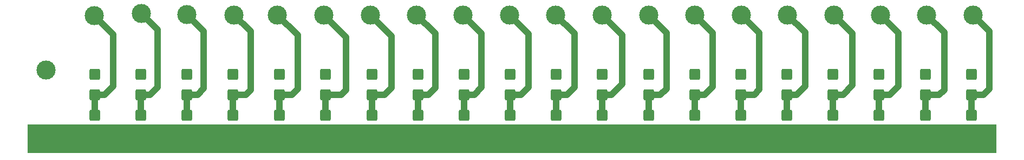
<source format=gbr>
%TF.GenerationSoftware,KiCad,Pcbnew,9.0.3*%
%TF.CreationDate,2025-07-15T09:49:43+03:00*%
%TF.ProjectId,switches_board,73776974-6368-4657-935f-626f6172642e,rev?*%
%TF.SameCoordinates,Original*%
%TF.FileFunction,Copper,L1,Top*%
%TF.FilePolarity,Positive*%
%FSLAX46Y46*%
G04 Gerber Fmt 4.6, Leading zero omitted, Abs format (unit mm)*
G04 Created by KiCad (PCBNEW 9.0.3) date 2025-07-15 09:49:43*
%MOMM*%
%LPD*%
G01*
G04 APERTURE LIST*
G04 Aperture macros list*
%AMRoundRect*
0 Rectangle with rounded corners*
0 $1 Rounding radius*
0 $2 $3 $4 $5 $6 $7 $8 $9 X,Y pos of 4 corners*
0 Add a 4 corners polygon primitive as box body*
4,1,4,$2,$3,$4,$5,$6,$7,$8,$9,$2,$3,0*
0 Add four circle primitives for the rounded corners*
1,1,$1+$1,$2,$3*
1,1,$1+$1,$4,$5*
1,1,$1+$1,$6,$7*
1,1,$1+$1,$8,$9*
0 Add four rect primitives between the rounded corners*
20,1,$1+$1,$2,$3,$4,$5,0*
20,1,$1+$1,$4,$5,$6,$7,0*
20,1,$1+$1,$6,$7,$8,$9,0*
20,1,$1+$1,$8,$9,$2,$3,0*%
G04 Aperture macros list end*
%TA.AperFunction,ComponentPad*%
%ADD10C,3.000000*%
%TD*%
%TA.AperFunction,ComponentPad*%
%ADD11RoundRect,0.250000X-0.600000X0.600000X-0.600000X-0.600000X0.600000X-0.600000X0.600000X0.600000X0*%
%TD*%
%TA.AperFunction,Conductor*%
%ADD12C,1.000000*%
%TD*%
G04 APERTURE END LIST*
D10*
%TO.P,J12,1,Pin_1*%
%TO.N,Net-(J12-Pin_1)*%
X131392000Y-87330000D03*
%TD*%
%TO.P,J15,1,Pin_1*%
%TO.N,Net-(J15-Pin_1)*%
X109636000Y-87330000D03*
%TD*%
%TO.P,J13,1,Pin_1*%
%TO.N,Net-(J13-Pin_1)*%
X124140000Y-87330000D03*
%TD*%
%TO.P,J11,1,Pin_1*%
%TO.N,Net-(J11-Pin_1)*%
X138644000Y-87330000D03*
%TD*%
%TO.P,J10,1,Pin_1*%
%TO.N,Net-(J10-Pin_1)*%
X145896000Y-87330000D03*
%TD*%
%TO.P,J17,1,Pin_1*%
%TO.N,Net-(J17-Pin_1)*%
X95132000Y-87330000D03*
%TD*%
%TO.P,J22,1,Pin_1*%
%TO.N,Net-(J22-Pin_1)*%
X59275000Y-87425000D03*
%TD*%
D11*
%TO.P,SW5,1,1*%
%TO.N,+VIN*%
X167530972Y-96690000D03*
%TO.P,SW5,2,2*%
%TO.N,Net-(J7-Pin_1)*%
X167530972Y-99890000D03*
%TO.P,SW5,3,3*%
X167530972Y-103090000D03*
%TO.P,SW5,4,4*%
%TO.N,GND*%
X167530972Y-106290000D03*
%TD*%
%TO.P,SW6,1,1*%
%TO.N,+VIN*%
X160321215Y-96690000D03*
%TO.P,SW6,2,2*%
%TO.N,Net-(J8-Pin_1)*%
X160321215Y-99890000D03*
%TO.P,SW6,3,3*%
X160321215Y-103090000D03*
%TO.P,SW6,4,4*%
%TO.N,GND*%
X160321215Y-106290000D03*
%TD*%
%TO.P,SW12,1,1*%
%TO.N,+VIN*%
X117062672Y-96690000D03*
%TO.P,SW12,2,2*%
%TO.N,Net-(J14-Pin_1)*%
X117062672Y-99890000D03*
%TO.P,SW12,3,3*%
X117062672Y-103090000D03*
%TO.P,SW12,4,4*%
%TO.N,GND*%
X117062672Y-106290000D03*
%TD*%
%TO.P,SW14,1,1*%
%TO.N,+VIN*%
X102643158Y-96690000D03*
%TO.P,SW14,2,2*%
%TO.N,Net-(J16-Pin_1)*%
X102643158Y-99890000D03*
%TO.P,SW14,3,3*%
X102643158Y-103090000D03*
%TO.P,SW14,4,4*%
%TO.N,GND*%
X102643158Y-106290000D03*
%TD*%
%TO.P,SW16,1,1*%
%TO.N,+VIN*%
X88223644Y-96690000D03*
%TO.P,SW16,2,2*%
%TO.N,Net-(J18-Pin_1)*%
X88223644Y-99890000D03*
%TO.P,SW16,3,3*%
X88223644Y-103090000D03*
%TO.P,SW16,4,4*%
%TO.N,GND*%
X88223644Y-106290000D03*
%TD*%
%TO.P,SW1,1,1*%
%TO.N,+VIN*%
X196370000Y-96690000D03*
%TO.P,SW1,2,2*%
%TO.N,Net-(J3-Pin_1)*%
X196370000Y-99890000D03*
%TO.P,SW1,3,3*%
X196370000Y-103090000D03*
%TO.P,SW1,4,4*%
%TO.N,GND*%
X196370000Y-106290000D03*
%TD*%
D10*
%TO.P,J1,1,Pin_1*%
%TO.N,+VIN*%
X51720000Y-95980000D03*
%TD*%
%TO.P,J14,1,Pin_1*%
%TO.N,Net-(J14-Pin_1)*%
X116888000Y-87330000D03*
%TD*%
%TO.P,J5,1,Pin_1*%
%TO.N,Net-(J5-Pin_1)*%
X182156000Y-87330000D03*
%TD*%
%TO.P,J7,1,Pin_1*%
%TO.N,Net-(J7-Pin_1)*%
X167652000Y-87330000D03*
%TD*%
D11*
%TO.P,SW4,1,1*%
%TO.N,+VIN*%
X174740729Y-96690000D03*
%TO.P,SW4,2,2*%
%TO.N,Net-(J6-Pin_1)*%
X174740729Y-99890000D03*
%TO.P,SW4,3,3*%
X174740729Y-103090000D03*
%TO.P,SW4,4,4*%
%TO.N,GND*%
X174740729Y-106290000D03*
%TD*%
%TO.P,SW8,1,1*%
%TO.N,+VIN*%
X145901701Y-96690000D03*
%TO.P,SW8,2,2*%
%TO.N,Net-(J10-Pin_1)*%
X145901701Y-99890000D03*
%TO.P,SW8,3,3*%
X145901701Y-103090000D03*
%TO.P,SW8,4,4*%
%TO.N,GND*%
X145901701Y-106290000D03*
%TD*%
D10*
%TO.P,J18,1,Pin_1*%
%TO.N,Net-(J18-Pin_1)*%
X87880000Y-87330000D03*
%TD*%
D11*
%TO.P,SW2,1,1*%
%TO.N,+VIN*%
X189160243Y-96690000D03*
%TO.P,SW2,2,2*%
%TO.N,Net-(J4-Pin_1)*%
X189160243Y-99890000D03*
%TO.P,SW2,3,3*%
X189160243Y-103090000D03*
%TO.P,SW2,4,4*%
%TO.N,GND*%
X189160243Y-106290000D03*
%TD*%
D10*
%TO.P,J20,1,Pin_1*%
%TO.N,Net-(J20-Pin_1)*%
X73750000Y-87275000D03*
%TD*%
D11*
%TO.P,SW10,1,1*%
%TO.N,+VIN*%
X131482186Y-96690000D03*
%TO.P,SW10,2,2*%
%TO.N,Net-(J12-Pin_1)*%
X131482186Y-99890000D03*
%TO.P,SW10,3,3*%
X131482186Y-103090000D03*
%TO.P,SW10,4,4*%
%TO.N,GND*%
X131482186Y-106290000D03*
%TD*%
D10*
%TO.P,J6,1,Pin_1*%
%TO.N,Net-(J6-Pin_1)*%
X174904000Y-87330000D03*
%TD*%
%TO.P,J2,1,Pin_1*%
%TO.N,GND*%
X51960000Y-106570000D03*
%TD*%
D11*
%TO.P,SW11,1,1*%
%TO.N,+VIN*%
X124272429Y-96690000D03*
%TO.P,SW11,2,2*%
%TO.N,Net-(J13-Pin_1)*%
X124272429Y-99890000D03*
%TO.P,SW11,3,3*%
X124272429Y-103090000D03*
%TO.P,SW11,4,4*%
%TO.N,GND*%
X124272429Y-106290000D03*
%TD*%
%TO.P,SW3,1,1*%
%TO.N,+VIN*%
X181950486Y-96690000D03*
%TO.P,SW3,2,2*%
%TO.N,Net-(J5-Pin_1)*%
X181950486Y-99890000D03*
%TO.P,SW3,3,3*%
X181950486Y-103090000D03*
%TO.P,SW3,4,4*%
%TO.N,GND*%
X181950486Y-106290000D03*
%TD*%
D10*
%TO.P,J21,1,Pin_1*%
%TO.N,Net-(J21-Pin_1)*%
X66575000Y-87075000D03*
%TD*%
D11*
%TO.P,SW13,1,1*%
%TO.N,+VIN*%
X109852915Y-96690000D03*
%TO.P,SW13,2,2*%
%TO.N,Net-(J15-Pin_1)*%
X109852915Y-99890000D03*
%TO.P,SW13,3,3*%
X109852915Y-103090000D03*
%TO.P,SW13,4,4*%
%TO.N,GND*%
X109852915Y-106290000D03*
%TD*%
%TO.P,SW7,1,1*%
%TO.N,+VIN*%
X153111458Y-96690000D03*
%TO.P,SW7,2,2*%
%TO.N,Net-(J9-Pin_1)*%
X153111458Y-99890000D03*
%TO.P,SW7,3,3*%
X153111458Y-103090000D03*
%TO.P,SW7,4,4*%
%TO.N,GND*%
X153111458Y-106290000D03*
%TD*%
D10*
%TO.P,J19,1,Pin_1*%
%TO.N,Net-(J19-Pin_1)*%
X81110000Y-87330000D03*
%TD*%
%TO.P,J9,1,Pin_1*%
%TO.N,Net-(J9-Pin_1)*%
X153148000Y-87330000D03*
%TD*%
D11*
%TO.P,SW19,1,1*%
%TO.N,+VIN*%
X66530000Y-96680000D03*
%TO.P,SW19,2,2*%
%TO.N,Net-(J21-Pin_1)*%
X66530000Y-99880000D03*
%TO.P,SW19,3,3*%
X66530000Y-103080000D03*
%TO.P,SW19,4,4*%
%TO.N,GND*%
X66530000Y-106280000D03*
%TD*%
%TO.P,SW18,1,1*%
%TO.N,+VIN*%
X73740000Y-96680000D03*
%TO.P,SW18,2,2*%
%TO.N,Net-(J20-Pin_1)*%
X73740000Y-99880000D03*
%TO.P,SW18,3,3*%
X73740000Y-103080000D03*
%TO.P,SW18,4,4*%
%TO.N,GND*%
X73740000Y-106280000D03*
%TD*%
D10*
%TO.P,J8,1,Pin_1*%
%TO.N,Net-(J8-Pin_1)*%
X160400000Y-87330000D03*
%TD*%
%TO.P,J16,1,Pin_1*%
%TO.N,Net-(J16-Pin_1)*%
X102384000Y-87330000D03*
%TD*%
D11*
%TO.P,SW15,1,1*%
%TO.N,+VIN*%
X95433401Y-96690000D03*
%TO.P,SW15,2,2*%
%TO.N,Net-(J17-Pin_1)*%
X95433401Y-99890000D03*
%TO.P,SW15,3,3*%
X95433401Y-103090000D03*
%TO.P,SW15,4,4*%
%TO.N,GND*%
X95433401Y-106290000D03*
%TD*%
%TO.P,SW17,1,1*%
%TO.N,+VIN*%
X80930000Y-96680000D03*
%TO.P,SW17,2,2*%
%TO.N,Net-(J19-Pin_1)*%
X80930000Y-99880000D03*
%TO.P,SW17,3,3*%
X80930000Y-103080000D03*
%TO.P,SW17,4,4*%
%TO.N,GND*%
X80930000Y-106280000D03*
%TD*%
%TO.P,SW20,1,1*%
%TO.N,+VIN*%
X59320000Y-96680000D03*
%TO.P,SW20,2,2*%
%TO.N,Net-(J22-Pin_1)*%
X59320000Y-99880000D03*
%TO.P,SW20,3,3*%
X59320000Y-103080000D03*
%TO.P,SW20,4,4*%
%TO.N,GND*%
X59320000Y-106280000D03*
%TD*%
D10*
%TO.P,J3,1,Pin_1*%
%TO.N,Net-(J3-Pin_1)*%
X196660000Y-87330000D03*
%TD*%
D11*
%TO.P,SW9,1,1*%
%TO.N,+VIN*%
X138691943Y-96690000D03*
%TO.P,SW9,2,2*%
%TO.N,Net-(J11-Pin_1)*%
X138691943Y-99890000D03*
%TO.P,SW9,3,3*%
X138691943Y-103090000D03*
%TO.P,SW9,4,4*%
%TO.N,GND*%
X138691943Y-106290000D03*
%TD*%
D10*
%TO.P,J4,1,Pin_1*%
%TO.N,Net-(J4-Pin_1)*%
X189408000Y-87330000D03*
%TD*%
D12*
%TO.N,Net-(J8-Pin_1)*%
X160321215Y-99890000D02*
X162410000Y-99890000D01*
X160321215Y-103090000D02*
X160321215Y-99890000D01*
X163220000Y-90150000D02*
X160400000Y-87330000D01*
X163220000Y-99080000D02*
X163220000Y-90150000D01*
X162410000Y-99890000D02*
X163220000Y-99080000D01*
%TO.N,Net-(J3-Pin_1)*%
X196370000Y-99890000D02*
X198250000Y-99890000D01*
X199210000Y-89880000D02*
X196660000Y-87330000D01*
X198250000Y-99890000D02*
X199210000Y-98930000D01*
X199210000Y-98930000D02*
X199210000Y-89880000D01*
X196370000Y-103090000D02*
X196370000Y-99890000D01*
%TO.N,Net-(J4-Pin_1)*%
X192130000Y-90052000D02*
X189408000Y-87330000D01*
X191360000Y-99890000D02*
X192130000Y-99120000D01*
X189160243Y-103090000D02*
X189160243Y-99890000D01*
X192130000Y-99120000D02*
X192130000Y-90052000D01*
X189160243Y-99890000D02*
X191360000Y-99890000D01*
%TO.N,Net-(J5-Pin_1)*%
X185010000Y-98520000D02*
X185010000Y-90184000D01*
X181950486Y-99890000D02*
X183640000Y-99890000D01*
X183640000Y-99890000D02*
X185010000Y-98520000D01*
X185010000Y-90184000D02*
X182156000Y-87330000D01*
X181950486Y-103090000D02*
X181950486Y-99890000D01*
%TO.N,Net-(J6-Pin_1)*%
X174740729Y-103090000D02*
X174740729Y-99890000D01*
X176310000Y-99890000D02*
X177790000Y-98410000D01*
X177790000Y-98410000D02*
X177790000Y-90216000D01*
X177790000Y-90216000D02*
X174904000Y-87330000D01*
X174740729Y-99890000D02*
X176310000Y-99890000D01*
%TO.N,Net-(J7-Pin_1)*%
X169080000Y-99890000D02*
X170410000Y-98560000D01*
X167530972Y-99890000D02*
X169080000Y-99890000D01*
X170410000Y-98560000D02*
X170410000Y-90088000D01*
X167530972Y-103090000D02*
X167530972Y-99890000D01*
X170410000Y-90088000D02*
X167652000Y-87330000D01*
%TO.N,Net-(J9-Pin_1)*%
X155950000Y-98590000D02*
X155950000Y-90132000D01*
X153111458Y-99890000D02*
X154650000Y-99890000D01*
X154650000Y-99890000D02*
X155950000Y-98590000D01*
X153111458Y-103090000D02*
X153111458Y-99890000D01*
X155950000Y-90132000D02*
X153148000Y-87330000D01*
%TO.N,Net-(J10-Pin_1)*%
X148690000Y-98930000D02*
X148690000Y-90124000D01*
X147730000Y-99890000D02*
X148690000Y-98930000D01*
X145901701Y-103090000D02*
X145901701Y-99890000D01*
X145901701Y-99890000D02*
X147730000Y-99890000D01*
X148690000Y-90124000D02*
X145896000Y-87330000D01*
%TO.N,Net-(J11-Pin_1)*%
X138691943Y-99890000D02*
X140120000Y-99890000D01*
X140120000Y-99890000D02*
X141830000Y-98180000D01*
X141830000Y-98180000D02*
X141830000Y-90516000D01*
X141830000Y-90516000D02*
X138644000Y-87330000D01*
X138691943Y-103090000D02*
X138691943Y-99890000D01*
%TO.N,Net-(J12-Pin_1)*%
X131482186Y-103090000D02*
X131482186Y-99890000D01*
X133160000Y-99890000D02*
X134340000Y-98710000D01*
X134340000Y-90278000D02*
X131392000Y-87330000D01*
X131482186Y-99890000D02*
X133160000Y-99890000D01*
X134340000Y-98710000D02*
X134340000Y-90278000D01*
%TO.N,Net-(J13-Pin_1)*%
X127110000Y-90300000D02*
X124140000Y-87330000D01*
X124272429Y-103090000D02*
X124272429Y-99890000D01*
X124272429Y-99890000D02*
X125960000Y-99890000D01*
X127110000Y-98740000D02*
X127110000Y-90300000D01*
X125960000Y-99890000D02*
X127110000Y-98740000D01*
%TO.N,Net-(J14-Pin_1)*%
X119810000Y-90252000D02*
X116888000Y-87330000D01*
X119810000Y-98740000D02*
X119810000Y-90252000D01*
X117062672Y-99890000D02*
X118660000Y-99890000D01*
X117062672Y-103090000D02*
X117062672Y-99890000D01*
X118660000Y-99890000D02*
X119810000Y-98740000D01*
%TO.N,Net-(J15-Pin_1)*%
X109852915Y-99890000D02*
X111470000Y-99890000D01*
X112540000Y-90234000D02*
X109636000Y-87330000D01*
X109852915Y-103090000D02*
X109852915Y-99890000D01*
X112540000Y-98820000D02*
X112540000Y-90234000D01*
X111470000Y-99890000D02*
X112540000Y-98820000D01*
%TO.N,Net-(J16-Pin_1)*%
X105690000Y-98820000D02*
X105690000Y-90636000D01*
X102643158Y-103090000D02*
X102643158Y-99890000D01*
X105690000Y-90636000D02*
X102384000Y-87330000D01*
X104620000Y-99890000D02*
X105690000Y-98820000D01*
X102643158Y-99890000D02*
X104620000Y-99890000D01*
%TO.N,Net-(J17-Pin_1)*%
X97830000Y-99890000D02*
X95433401Y-99890000D01*
X98610000Y-90808000D02*
X98610000Y-99110000D01*
X95132000Y-87330000D02*
X98610000Y-90808000D01*
X95433401Y-103090000D02*
X95433401Y-99890000D01*
X98610000Y-99110000D02*
X97830000Y-99890000D01*
%TO.N,Net-(J18-Pin_1)*%
X91050000Y-99000000D02*
X91050000Y-90500000D01*
X91050000Y-90500000D02*
X87880000Y-87330000D01*
X88223644Y-99890000D02*
X88223644Y-103090000D01*
X88223644Y-99890000D02*
X90160000Y-99890000D01*
X90160000Y-99890000D02*
X91050000Y-99000000D01*
%TO.N,Net-(J19-Pin_1)*%
X83700000Y-89920000D02*
X81110000Y-87330000D01*
X82920000Y-99880000D02*
X83700000Y-99100000D01*
X80930000Y-99880000D02*
X82920000Y-99880000D01*
X83700000Y-99100000D02*
X83700000Y-89920000D01*
X80930000Y-103080000D02*
X80930000Y-99880000D01*
%TO.N,Net-(J20-Pin_1)*%
X73740000Y-99880000D02*
X75370000Y-99880000D01*
X73740000Y-103080000D02*
X73740000Y-99880000D01*
X75370000Y-99880000D02*
X76350000Y-98900000D01*
X76350000Y-98900000D02*
X76350000Y-89875000D01*
X76350000Y-89875000D02*
X73750000Y-87275000D01*
%TO.N,Net-(J21-Pin_1)*%
X69125000Y-89625000D02*
X66575000Y-87075000D01*
X66530000Y-99880000D02*
X67970000Y-99880000D01*
X67970000Y-99880000D02*
X69125000Y-98725000D01*
X69125000Y-98725000D02*
X69125000Y-89625000D01*
X66530000Y-103080000D02*
X66530000Y-99880000D01*
%TO.N,Net-(J22-Pin_1)*%
X59320000Y-99880000D02*
X60845000Y-99880000D01*
X59320000Y-103080000D02*
X59320000Y-99880000D01*
X60845000Y-99880000D02*
X62225000Y-98500000D01*
X62225000Y-90375000D02*
X59275000Y-87425000D01*
X62225000Y-98500000D02*
X62225000Y-90375000D01*
%TD*%
%TA.AperFunction,Conductor*%
%TO.N,GND*%
G36*
X200195718Y-104548258D02*
G01*
X200262753Y-104567954D01*
X200308499Y-104620765D01*
X200319696Y-104672258D01*
X200319696Y-108914279D01*
X200300011Y-108981318D01*
X200247207Y-109027073D01*
X200195696Y-109038279D01*
X48943696Y-109038279D01*
X48876657Y-109018594D01*
X48830902Y-108965790D01*
X48819696Y-108914279D01*
X48819696Y-104647231D01*
X48839381Y-104580192D01*
X48892185Y-104534437D01*
X48943714Y-104523231D01*
X200195718Y-104548258D01*
G37*
%TD.AperFunction*%
%TD*%
M02*

</source>
